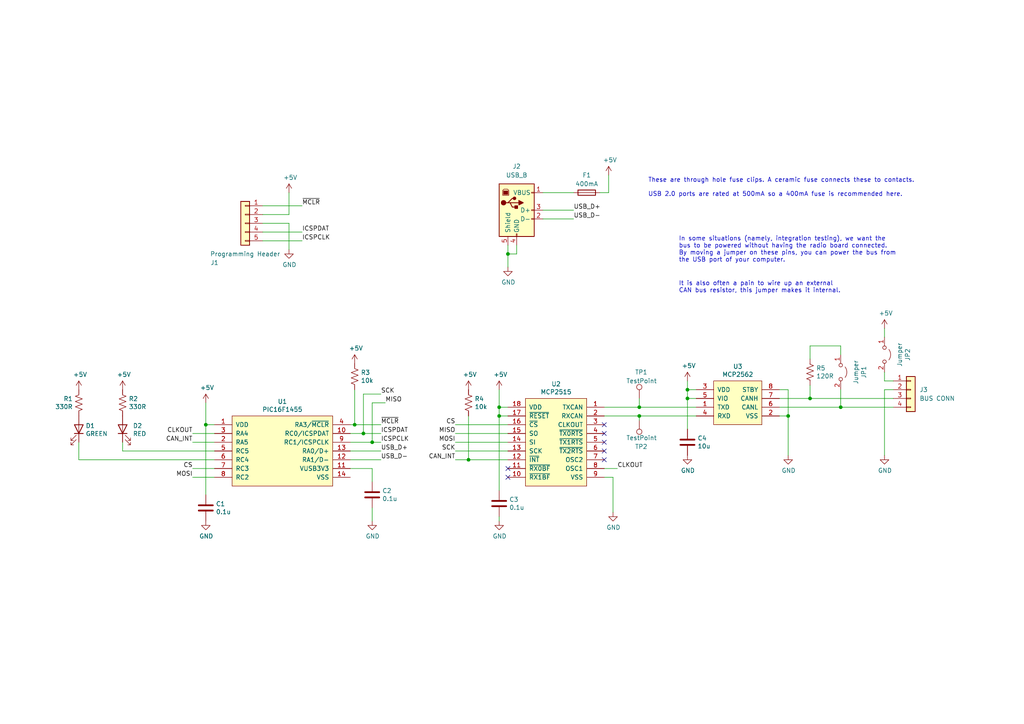
<source format=kicad_sch>
(kicad_sch (version 20230121) (generator eeschema)
  (paper "A4")
  (title_block (title "USB debug respin") (date "2023-11-25"))
  (lib_symbols
    (symbol "Connector:TestPoint" (pin_numbers hide) (pin_names (offset 0.762) hide)
      (property "Reference" "TP" (at 0 6.858 0))
      (property "Value" "TestPoint" (at 0 5.08 0))
      (symbol "TestPoint_0_1"
        (circle (center 0 3.302) (radius 0.762))
      )
      (symbol "TestPoint_1_1"
        (pin passive line (at 0 0 90) (length 2.54) (name "1") (number "1"))
      )
    )
    (symbol "Connector:USB_B" (pin_names (offset 1.016))
      (property "Reference" "J" (at -5.08 11.43 0))
      (property "Value" "USB_B" (at -5.08 8.89 0))
      (symbol "USB_B_0_1"
        (rectangle (start -5.08 -7.62) (end 5.08 7.62) (stroke (width 0.254)) (fill (type background)))
        (circle (center -3.81 2.159) (radius 0.635) (stroke (width 0.254)) (fill (type outline)))
        (rectangle (start -3.81 5.588) (end -2.54 4.572) (fill (type outline)))
        (circle (center -0.635 3.429) (radius 0.381) (stroke (width 0.254)) (fill (type outline)))
        (rectangle (start -0.127 -7.62) (end 0.127 -6.858))
        (polyline (pts (xy -1.905 2.159) (xy 0.635 2.159)) (stroke (width 0.254)))
        (polyline (pts (xy -3.175 2.159) (xy -2.54 2.159) (xy -1.27 3.429) (xy -0.635 3.429)) (stroke (width 0.254)))
        (polyline (pts (xy -2.54 2.159) (xy -1.905 2.159) (xy -1.27 0.889) (xy 0 0.889)) (stroke (width 0.254)))
        (polyline (pts (xy 0.635 2.794) (xy 0.635 1.524) (xy 1.905 2.159) (xy 0.635 2.794)) (stroke (width 0.254)) (fill (type outline)))
        (polyline (pts (xy -4.064 4.318) (xy -2.286 4.318) (xy -2.286 5.715) (xy -2.667 6.096) (xy -3.683 6.096) (xy -4.064 5.715) (xy -4.064 4.318)))
        (rectangle (start 0.254 1.27) (end -0.508 0.508) (stroke (width 0.254)) (fill (type outline)))
        (rectangle (start 5.08 -2.667) (end 4.318 -2.413))
        (rectangle (start 5.08 -0.127) (end 4.318 0.127))
        (rectangle (start 5.08 4.953) (end 4.318 5.207))
      )
      (symbol "USB_B_1_1"
        (pin power_out line (at 7.62 5.08 180) (length 2.54) (name "VBUS") (number "1"))
        (pin bidirectional line (at 7.62 -2.54 180) (length 2.54) (name "D-") (number "2"))
        (pin bidirectional line (at 7.62 0 180) (length 2.54) (name "D+") (number "3"))
        (pin power_out line (at 0 -10.16 90) (length 2.54) (name "GND") (number "4"))
        (pin passive line (at -2.54 -10.16 90) (length 2.54) (name "Shield") (number "5"))
      )
    )
    (symbol "Connector_Generic:Conn_01x04" (pin_names (offset 1.016) hide)
      (property "Reference" "J" (at 0 5.08 0))
      (property "Value" "Conn_01x04" (at 0 -7.62 0))
      (symbol "Conn_01x04_1_1"
        (rectangle (start -1.27 -4.953) (end 0 -5.207) (stroke (width 0.1524)))
        (rectangle (start -1.27 -2.413) (end 0 -2.667) (stroke (width 0.1524)))
        (rectangle (start -1.27 0.127) (end 0 -0.127) (stroke (width 0.1524)))
        (rectangle (start -1.27 2.667) (end 0 2.413) (stroke (width 0.1524)))
        (rectangle (start -1.27 3.81) (end 1.27 -6.35) (stroke (width 0.254)) (fill (type background)))
        (pin passive line (at -5.08 2.54 0) (length 3.81) (name "Pin_1") (number "1"))
        (pin passive line (at -5.08 0 0) (length 3.81) (name "Pin_2") (number "2"))
        (pin passive line (at -5.08 -2.54 0) (length 3.81) (name "Pin_3") (number "3"))
        (pin passive line (at -5.08 -5.08 0) (length 3.81) (name "Pin_4") (number "4"))
      )
    )
    (symbol "Connector_Generic:Conn_01x05" (pin_names (offset 1.016) hide)
      (property "Reference" "J" (at 0 7.62 0))
      (property "Value" "Conn_01x05" (at 0 -7.62 0))
      (symbol "Conn_01x05_1_1"
        (rectangle (start -1.27 -4.953) (end 0 -5.207) (stroke (width 0.1524)))
        (rectangle (start -1.27 -2.413) (end 0 -2.667) (stroke (width 0.1524)))
        (rectangle (start -1.27 0.127) (end 0 -0.127) (stroke (width 0.1524)))
        (rectangle (start -1.27 2.667) (end 0 2.413) (stroke (width 0.1524)))
        (rectangle (start -1.27 5.207) (end 0 4.953) (stroke (width 0.1524)))
        (rectangle (start -1.27 6.35) (end 1.27 -6.35) (stroke (width 0.254)) (fill (type background)))
        (pin passive line (at -5.08 5.08 0) (length 3.81) (name "Pin_1") (number "1"))
        (pin passive line (at -5.08 2.54 0) (length 3.81) (name "Pin_2") (number "2"))
        (pin passive line (at -5.08 0 0) (length 3.81) (name "Pin_3") (number "3"))
        (pin passive line (at -5.08 -2.54 0) (length 3.81) (name "Pin_4") (number "4"))
        (pin passive line (at -5.08 -5.08 0) (length 3.81) (name "Pin_5") (number "5"))
      )
    )
    (symbol "Device:C" (pin_numbers hide) (pin_names (offset 0.254))
      (property "Reference" "C" (at 0.635 2.54 0))
      (property "Value" "C" (at 0.635 -2.54 0))
      (symbol "C_0_1"
        (polyline (pts (xy -2.032 -0.762) (xy 2.032 -0.762)) (stroke (width 0.508)))
        (polyline (pts (xy -2.032 0.762) (xy 2.032 0.762)) (stroke (width 0.508)))
      )
      (symbol "C_1_1"
        (pin passive line (at 0 3.81 270) (length 2.794) (name "~") (number "1"))
        (pin passive line (at 0 -3.81 90) (length 2.794) (name "~") (number "2"))
      )
    )
    (symbol "Device:Fuse" (pin_numbers hide) (pin_names (offset 0))
      (property "Reference" "F" (at 2.032 0 90))
      (property "Value" "Fuse" (at -1.905 0 90))
      (symbol "Fuse_0_1"
        (rectangle (start -0.762 -2.54) (end 0.762 2.54) (stroke (width 0.254)))
        (polyline (pts (xy 0 2.54) (xy 0 -2.54)))
      )
      (symbol "Fuse_1_1"
        (pin passive line (at 0 3.81 270) (length 1.27) (name "~") (number "1"))
        (pin passive line (at 0 -3.81 90) (length 1.27) (name "~") (number "2"))
      )
    )
    (symbol "Device:LED" (pin_numbers hide) (pin_names (offset 1.016) hide)
      (property "Reference" "D" (at 0 2.54 0))
      (property "Value" "LED" (at 0 -2.54 0))
      (symbol "LED_0_1"
        (polyline (pts (xy -1.27 -1.27) (xy -1.27 1.27)) (stroke (width 0.254)))
        (polyline (pts (xy -1.27 0) (xy 1.27 0)))
        (polyline (pts (xy 1.27 -1.27) (xy 1.27 1.27) (xy -1.27 0) (xy 1.27 -1.27)) (stroke (width 0.254)))
        (polyline (pts (xy -3.048 -0.762) (xy -4.572 -2.286) (xy -3.81 -2.286) (xy -4.572 -2.286) (xy -4.572 -1.524)))
        (polyline (pts (xy -1.778 -0.762) (xy -3.302 -2.286) (xy -2.54 -2.286) (xy -3.302 -2.286) (xy -3.302 -1.524)))
      )
      (symbol "LED_1_1"
        (pin passive line (at -3.81 0 0) (length 2.54) (name "K") (number "1"))
        (pin passive line (at 3.81 0 180) (length 2.54) (name "A") (number "2"))
      )
    )
    (symbol "Device:R_US" (pin_numbers hide) (pin_names (offset 0))
      (property "Reference" "R" (at 2.54 0 90))
      (property "Value" "R_US" (at -2.54 0 90))
      (symbol "R_US_0_1"
        (polyline (pts (xy 0 -2.286) (xy 0 -2.54)))
        (polyline (pts (xy 0 2.286) (xy 0 2.54)))
        (polyline (pts (xy 0 -0.762) (xy 1.016 -1.143) (xy 0 -1.524) (xy -1.016 -1.905) (xy 0 -2.286)))
        (polyline (pts (xy 0 0.762) (xy 1.016 0.381) (xy 0 0) (xy -1.016 -0.381) (xy 0 -0.762)))
        (polyline (pts (xy 0 2.286) (xy 1.016 1.905) (xy 0 1.524) (xy -1.016 1.143) (xy 0 0.762)))
      )
      (symbol "R_US_1_1"
        (pin passive line (at 0 3.81 270) (length 1.27) (name "~") (number "1"))
        (pin passive line (at 0 -3.81 90) (length 1.27) (name "~") (number "2"))
      )
    )
    (symbol "Jumper:Jumper_2_Open" (pin_names (offset 0) hide)
      (property "Reference" "JP" (at 0 2.794 0))
      (property "Value" "Jumper_2_Open" (at 0 -2.286 0))
      (symbol "Jumper_2_Open_0_0"
        (circle (center -2.032 0) (radius 0.508))
        (circle (center 2.032 0) (radius 0.508))
      )
      (symbol "Jumper_2_Open_0_1"
        (arc (start 1.524 1.27) (mid 0 1.778) (end -1.524 1.27))
      )
      (symbol "Jumper_2_Open_1_1"
        (pin passive line (at -5.08 0 0) (length 2.54) (name "A") (number "1"))
        (pin passive line (at 5.08 0 180) (length 2.54) (name "B") (number "2"))
      )
    )
    (symbol "power:+5V" (power) (pin_names (offset 0))
      (property "Value" "+5V" (at 0 3.556 0))
      (symbol "+5V_0_1"
        (polyline (pts (xy -0.762 1.27) (xy 0 2.54)))
        (polyline (pts (xy 0 0) (xy 0 2.54)))
        (polyline (pts (xy 0 2.54) (xy 0.762 1.27)))
      )
      (symbol "+5V_1_1"
        (pin power_in line (at 0 0 90) (length 0) hide (name "+5V") (number "1"))
      )
    )
    (symbol "power:GND" (power) (pin_names (offset 0))
      (property "Value" "GND" (at 0 -3.81 0))
      (symbol "GND_0_1"
        (polyline (pts (xy 0 0) (xy 0 -1.27) (xy 1.27 -1.27) (xy 0 -2.54) (xy -1.27 -1.27) (xy 0 -1.27)))
      )
      (symbol "GND_1_1"
        (pin power_in line (at 0 0 270) (length 0) hide (name "GND") (number "1"))
      )
    )
    (symbol "usbdbg-rescue:MCP2515-canhw" (pin_names (offset 1.016))
      (property "Reference" "U" (at 7.62 8.89 0))
      (property "Value" "canhw_MCP2515" (at -5.08 8.89 0))
      (symbol "MCP2515-canhw_0_1"
        (rectangle (start -8.89 7.62) (end 8.89 -17.78) (fill (type background)))
      )
      (symbol "MCP2515-canhw_1_1"
        (pin bidirectional line (at -13.97 5.08 0) (length 5.08) (name "TXCAN") (number "1"))
        (pin bidirectional line (at 13.97 -15.24 180) (length 5.08) (name "~{RX1BF}") (number "10"))
        (pin bidirectional line (at 13.97 -12.7 180) (length 5.08) (name "~{RX0BF}") (number "11"))
        (pin bidirectional line (at 13.97 -10.16 180) (length 5.08) (name "~{INT}") (number "12"))
        (pin bidirectional line (at 13.97 -7.62 180) (length 5.08) (name "SCK") (number "13"))
        (pin bidirectional line (at 13.97 -5.08 180) (length 5.08) (name "SI") (number "14"))
        (pin bidirectional line (at 13.97 -2.54 180) (length 5.08) (name "SO") (number "15"))
        (pin bidirectional line (at 13.97 0 180) (length 5.08) (name "~{CS}") (number "16"))
        (pin bidirectional line (at 13.97 2.54 180) (length 5.08) (name "~{RESET}") (number "17"))
        (pin power_in line (at 13.97 5.08 180) (length 5.08) (name "VDD") (number "18"))
        (pin bidirectional line (at -13.97 2.54 0) (length 5.08) (name "RXCAN") (number "2"))
        (pin bidirectional line (at -13.97 0 0) (length 5.08) (name "CLKOUT") (number "3"))
        (pin bidirectional line (at -13.97 -2.54 0) (length 5.08) (name "~{TX0RTS}") (number "4"))
        (pin bidirectional line (at -13.97 -5.08 0) (length 5.08) (name "~{TX1RTS}") (number "5"))
        (pin bidirectional line (at -13.97 -7.62 0) (length 5.08) (name "~{TX2RTS}") (number "6"))
        (pin bidirectional line (at -13.97 -10.16 0) (length 5.08) (name "OSC2") (number "7"))
        (pin bidirectional line (at -13.97 -12.7 0) (length 5.08) (name "OSC1") (number "8"))
        (pin power_in line (at -13.97 -15.24 0) (length 5.08) (name "VSS") (number "9"))
      )
    )
    (symbol "usbdbg-rescue:MCP2562-canhw" (pin_names (offset 1.016))
      (property "Reference" "U" (at 5.08 3.81 0))
      (property "Value" "canhw_MCP2562" (at -3.81 3.81 0))
      (symbol "MCP2562-canhw_0_1"
        (rectangle (start -7.62 2.54) (end 6.35 -10.16) (fill (type background)))
      )
      (symbol "MCP2562-canhw_1_1"
        (pin bidirectional line (at -12.7 -5.08 0) (length 5.08) (name "TXD") (number "1"))
        (pin power_in line (at 11.43 -7.62 180) (length 5.08) (name "VSS") (number "2"))
        (pin power_in line (at -12.7 0 0) (length 5.08) (name "VDD") (number "3"))
        (pin bidirectional line (at -12.7 -7.62 0) (length 5.08) (name "RXD") (number "4"))
        (pin bidirectional line (at -12.7 -2.54 0) (length 5.08) (name "VIO") (number "5"))
        (pin bidirectional line (at 11.43 -5.08 180) (length 5.08) (name "CANL") (number "6"))
        (pin bidirectional line (at 11.43 -2.54 180) (length 5.08) (name "CANH") (number "7"))
        (pin bidirectional line (at 11.43 0 180) (length 5.08) (name "STBY") (number "8"))
      )
    )
    (symbol "usbdbg-rescue:PIC16F1455-canhw" (pin_names (offset 1.016))
      (property "Reference" "U" (at 19.05 5.08 0))
      (property "Value" "canhw_PIC16F1455" (at -3.81 5.08 0))
      (symbol "PIC16F1455-canhw_0_1"
        (rectangle (start -8.89 3.81) (end 20.32 -16.51) (fill (type background)))
      )
      (symbol "PIC16F1455-canhw_1_1"
        (pin power_in line (at -13.97 1.27 0) (length 5.08) (name "VDD") (number "1"))
        (pin bidirectional line (at 25.4 -1.27 180) (length 5.08) (name "RC0/ICSPDAT") (number "10"))
        (pin bidirectional line (at 25.4 -11.43 180) (length 5.08) (name "VUSB3V3") (number "11"))
        (pin bidirectional line (at 25.4 -8.89 180) (length 5.08) (name "RA1/D-") (number "12"))
        (pin bidirectional line (at 25.4 -6.35 180) (length 5.08) (name "RA0/D+") (number "13"))
        (pin bidirectional line (at 25.4 -13.97 180) (length 5.08) (name "VSS") (number "14"))
        (pin bidirectional line (at -13.97 -3.81 0) (length 5.08) (name "RA5") (number "2"))
        (pin bidirectional line (at -13.97 -1.27 0) (length 5.08) (name "RA4") (number "3"))
        (pin bidirectional line (at 25.4 1.27 180) (length 5.08) (name "RA3/~{MCLR}") (number "4"))
        (pin bidirectional line (at -13.97 -6.35 0) (length 5.08) (name "RC5") (number "5"))
        (pin bidirectional line (at -13.97 -8.89 0) (length 5.08) (name "RC4") (number "6"))
        (pin bidirectional line (at -13.97 -11.43 0) (length 5.08) (name "RC3") (number "7"))
        (pin bidirectional line (at -13.97 -13.97 0) (length 5.08) (name "RC2") (number "8"))
        (pin bidirectional line (at 25.4 -3.81 180) (length 5.08) (name "RC1/ICSPCLK") (number "9"))
      )
    )
  )
  (junction (at 102.87 123.19))
  (junction (at 185.42 118.11))
  (junction (at 199.39 115.57))
  (junction (at 243.84 118.11))
  (junction (at 144.78 120.65))
  (junction (at 144.78 118.11))
  (junction (at 107.95 128.27))
  (junction (at 105.41 125.73))
  (junction (at 147.32 73.66))
  (junction (at 185.42 120.65))
  (junction (at 199.39 113.03))
  (junction (at 135.89 133.35))
  (junction (at 59.69 123.19))
  (junction (at 228.6 120.65))
  (junction (at 234.95 115.57))
  (no_connect (at 175.26 128.27))
  (no_connect (at 175.26 130.81))
  (no_connect (at 147.32 135.89))
  (no_connect (at 175.26 133.35))
  (no_connect (at 175.26 125.73))
  (no_connect (at 175.26 123.19))
  (no_connect (at 147.32 138.43))
  (wire (pts (xy 101.6 128.27) (xy 107.95 128.27)))
  (wire (pts (xy 243.84 113.03) (xy 243.84 118.11)))
  (wire (pts (xy 22.86 128.27) (xy 22.86 133.35)))
  (wire (pts (xy 22.86 133.35) (xy 62.23 133.35)))
  (wire (pts (xy 107.95 147.32) (xy 107.95 151.13)))
  (wire (pts (xy 243.84 100.33) (xy 243.84 102.87)))
  (wire (pts (xy 234.95 100.33) (xy 243.84 100.33)))
  (wire (pts (xy 105.41 125.73) (xy 110.49 125.73)))
  (wire (pts (xy 132.08 130.81) (xy 147.32 130.81)))
  (wire (pts (xy 107.95 139.7) (xy 107.95 135.89)))
  (wire (pts (xy 199.39 113.03) (xy 201.93 113.03)))
  (wire (pts (xy 132.08 128.27) (xy 147.32 128.27)))
  (wire (pts (xy 149.86 73.66) (xy 147.32 73.66)))
  (wire (pts (xy 157.48 55.88) (xy 166.37 55.88)))
  (wire (pts (xy 83.82 62.23) (xy 76.2 62.23)))
  (wire (pts (xy 176.53 50.8) (xy 176.53 55.88)))
  (wire (pts (xy 144.78 118.11) (xy 147.32 118.11)))
  (wire (pts (xy 59.69 143.51) (xy 59.69 123.19)))
  (wire (pts (xy 135.89 133.35) (xy 147.32 133.35)))
  (wire (pts (xy 228.6 132.08) (xy 228.6 120.65)))
  (wire (pts (xy 101.6 123.19) (xy 102.87 123.19)))
  (wire (pts (xy 199.39 115.57) (xy 201.93 115.57)))
  (wire (pts (xy 259.08 110.49) (xy 256.54 110.49)))
  (wire (pts (xy 157.48 60.96) (xy 166.37 60.96)))
  (wire (pts (xy 228.6 113.03) (xy 228.6 120.65)))
  (wire (pts (xy 157.48 63.5) (xy 166.37 63.5)))
  (wire (pts (xy 199.39 124.46) (xy 199.39 115.57)))
  (wire (pts (xy 59.69 116.84) (xy 59.69 123.19)))
  (wire (pts (xy 199.39 110.49) (xy 199.39 113.03)))
  (wire (pts (xy 228.6 120.65) (xy 226.06 120.65)))
  (wire (pts (xy 55.88 125.73) (xy 62.23 125.73)))
  (wire (pts (xy 243.84 118.11) (xy 259.08 118.11)))
  (wire (pts (xy 101.6 130.81) (xy 110.49 130.81)))
  (wire (pts (xy 101.6 133.35) (xy 110.49 133.35)))
  (wire (pts (xy 185.42 115.57) (xy 185.42 118.11)))
  (wire (pts (xy 83.82 64.77) (xy 76.2 64.77)))
  (wire (pts (xy 132.08 123.19) (xy 147.32 123.19)))
  (wire (pts (xy 102.87 123.19) (xy 110.49 123.19)))
  (wire (pts (xy 55.88 135.89) (xy 62.23 135.89)))
  (wire (pts (xy 107.95 135.89) (xy 101.6 135.89)))
  (wire (pts (xy 226.06 115.57) (xy 234.95 115.57)))
  (wire (pts (xy 226.06 118.11) (xy 243.84 118.11)))
  (wire (pts (xy 144.78 142.24) (xy 144.78 120.65)))
  (wire (pts (xy 256.54 113.03) (xy 256.54 132.08)))
  (wire (pts (xy 185.42 120.65) (xy 201.93 120.65)))
  (wire (pts (xy 144.78 151.13) (xy 144.78 149.86)))
  (wire (pts (xy 234.95 104.14) (xy 234.95 100.33)))
  (wire (pts (xy 107.95 116.84) (xy 107.95 128.27)))
  (wire (pts (xy 177.8 148.59) (xy 177.8 138.43)))
  (wire (pts (xy 144.78 120.65) (xy 144.78 118.11)))
  (wire (pts (xy 110.49 114.3) (xy 105.41 114.3)))
  (wire (pts (xy 177.8 138.43) (xy 175.26 138.43)))
  (wire (pts (xy 76.2 69.85) (xy 87.63 69.85)))
  (wire (pts (xy 256.54 95.25) (xy 256.54 97.79)))
  (wire (pts (xy 179.07 135.89) (xy 175.26 135.89)))
  (wire (pts (xy 226.06 113.03) (xy 228.6 113.03)))
  (wire (pts (xy 173.99 55.88) (xy 176.53 55.88)))
  (wire (pts (xy 199.39 113.03) (xy 199.39 115.57)))
  (wire (pts (xy 185.42 118.11) (xy 201.93 118.11)))
  (wire (pts (xy 102.87 113.03) (xy 102.87 123.19)))
  (wire (pts (xy 107.95 128.27) (xy 110.49 128.27)))
  (wire (pts (xy 105.41 114.3) (xy 105.41 125.73)))
  (wire (pts (xy 256.54 113.03) (xy 259.08 113.03)))
  (wire (pts (xy 175.26 120.65) (xy 185.42 120.65)))
  (wire (pts (xy 147.32 73.66) (xy 147.32 77.47)))
  (wire (pts (xy 76.2 67.31) (xy 87.63 67.31)))
  (wire (pts (xy 59.69 123.19) (xy 62.23 123.19)))
  (wire (pts (xy 175.26 118.11) (xy 185.42 118.11)))
  (wire (pts (xy 132.08 133.35) (xy 135.89 133.35)))
  (wire (pts (xy 147.32 120.65) (xy 144.78 120.65)))
  (wire (pts (xy 256.54 110.49) (xy 256.54 107.95)))
  (wire (pts (xy 111.76 116.84) (xy 107.95 116.84)))
  (wire (pts (xy 35.56 128.27) (xy 35.56 130.81)))
  (wire (pts (xy 234.95 111.76) (xy 234.95 115.57)))
  (wire (pts (xy 144.78 113.03) (xy 144.78 118.11)))
  (wire (pts (xy 101.6 125.73) (xy 105.41 125.73)))
  (wire (pts (xy 135.89 120.65) (xy 135.89 133.35)))
  (wire (pts (xy 234.95 115.57) (xy 259.08 115.57)))
  (wire (pts (xy 147.32 71.12) (xy 147.32 73.66)))
  (wire (pts (xy 83.82 72.39) (xy 83.82 64.77)))
  (wire (pts (xy 83.82 55.88) (xy 83.82 62.23)))
  (wire (pts (xy 185.42 121.92) (xy 185.42 120.65)))
  (wire (pts (xy 132.08 125.73) (xy 147.32 125.73)))
  (wire (pts (xy 55.88 128.27) (xy 62.23 128.27)))
  (wire (pts (xy 76.2 59.69) (xy 87.63 59.69)))
  (wire (pts (xy 149.86 71.12) (xy 149.86 73.66)))
  (wire (pts (xy 55.88 138.43) (xy 62.23 138.43)))
  (wire (pts (xy 35.56 130.81) (xy 62.23 130.81)))
  (text "These are through hole fuse clips. A ceramic fuse connects these to contacts.\n\nUSB 2.0 ports are rated at 500mA so a 400mA fuse is recommended here." (at 187.96 57.15 0) (effects (font (size 1.27 1.27)) (justify left bottom)))
  (text "It is also often a pain to wire up an external\nCAN bus resistor, this jumper makes it internal." (at 196.85 85.09 0) (effects (font (size 1.27 1.27)) (justify left bottom)))
  (text "In some situations (namely, integration testing), we want the\nbus to be powered without having the radio board connected.\nBy moving a jumper on these pins, you can power the bus from\nthe USB port of your computer." (at 196.85 76.2 0) (effects (font (size 1.27 1.27)) (justify left bottom)))
  (label "CS" (at 132.08 123.19 180))
  (label "~{MCLR}" (at 110.49 123.19 0))
  (label "USB_D+" (at 110.49 130.81 0))
  (label "CLKOUT" (at 55.88 125.73 180))
  (label "CS" (at 55.88 135.89 180))
  (label "~{MCLR}" (at 87.63 59.69 0))
  (label "ICSPCLK" (at 110.49 128.27 0))
  (label "CAN_INT" (at 55.88 128.27 180))
  (label "MISO" (at 111.76 116.84 0))
  (label "SCK" (at 132.08 130.81 180))
  (label "USB_D-" (at 110.49 133.35 0))
  (label "ICSPCLK" (at 87.63 69.85 0))
  (label "ICSPDAT" (at 110.49 125.73 0))
  (label "MOSI" (at 55.88 138.43 180))
  (label "MISO" (at 132.08 125.73 180))
  (label "MOSI" (at 132.08 128.27 180))
  (label "USB_D+" (at 166.37 60.96 0))
  (label "ICSPDAT" (at 87.63 67.31 0))
  (label "CLKOUT" (at 179.07 135.89 0))
  (label "SCK" (at 110.49 114.3 0))
  (label "CAN_INT" (at 132.08 133.35 180))
  (label "USB_D-" (at 166.37 63.5 0))
  (symbol (lib_id "Connector_Generic:Conn_01x05") (at 71.12 64.77 0) (mirror y) (unit 1)
    (property "Reference" "J1" (at 62.23 76.2 0))
    (property "Value" "Programming Header" (at 71.12 73.66 0))
    (property "Footprint" "canhw_footprints:PinSocket_5x2.54_SMD_90deg_952-3198-1-ND" (effects hide))
  )
  (symbol (lib_id "power:+5V") (at 83.82 55.88 0) (unit 1)
    (property "Reference" "#PWR05" (effects hide))
    (property "Value" "+5V" (at 84.201 51.4858 0))
  )
  (symbol (lib_id "power:+5V") (at 59.69 116.84 0) (unit 1)
    (property "Reference" "#PWR03" (effects hide))
    (property "Value" "+5V" (at 60.071 112.4458 0))
  )
  (symbol (lib_id "power:GND") (at 107.95 151.13 0) (unit 1)
    (property "Reference" "#PWR08" (effects hide))
    (property "Value" "GND" (at 108.077 155.5242 0))
  )
  (symbol (lib_id "power:GND") (at 177.8 148.59 0) (unit 1)
    (property "Reference" "#PWR014" (effects hide))
    (property "Value" "GND" (at 177.927 152.9842 0))
  )
  (symbol (lib_id "power:+5V") (at 199.39 110.49 0) (unit 1)
    (property "Reference" "#PWR015" (effects hide))
    (property "Value" "+5V" (at 199.771 106.0958 0))
  )
  (symbol (lib_id "power:GND") (at 228.6 132.08 0) (unit 1)
    (property "Reference" "#PWR017" (effects hide))
    (property "Value" "GND" (at 228.727 136.4742 0))
  )
  (symbol (lib_id "power:+5V") (at 22.86 113.03 0) (unit 1)
    (property "Reference" "#PWR01" (effects hide))
    (property "Value" "+5V" (at 23.241 108.6358 0))
  )
  (symbol (lib_id "power:+5V") (at 102.87 105.41 0) (unit 1)
    (property "Reference" "#PWR07" (effects hide))
    (property "Value" "+5V" (at 103.251 101.0158 0))
  )
  (symbol (lib_id "Connector:TestPoint") (at 185.42 121.92 180) (unit 1)
    (property "Reference" "TP2" (at 184.15 129.54 0) (effects (justify right)))
    (property "Value" "TestPoint" (at 181.61 127 0) (effects (justify right)))
    (property "Footprint" "TestPoint:TestPoint_THTPad_D2.0mm_Drill1.0mm" (effects hide))
  )
  (symbol (lib_id "power:GND") (at 59.69 151.13 0) (unit 1)
    (property "Reference" "#PWR04" (effects hide))
    (property "Value" "GND" (at 59.817 155.5242 0))
  )
  (symbol (lib_id "power:GND") (at 144.78 151.13 0) (unit 1)
    (property "Reference" "#PWR011" (effects hide))
    (property "Value" "GND" (at 144.907 155.5242 0))
  )
  (symbol (lib_id "Device:R_US") (at 35.56 116.84 0) (unit 1)
    (property "Reference" "R2" (at 37.338 115.6716 0) (effects (justify left)))
    (property "Value" "330R" (at 37.338 117.983 0) (effects (justify left)))
    (property "Footprint" "Resistor_SMD:R_0805_2012Metric_Pad1.20x1.40mm_HandSolder" (effects hide))
  )
  (symbol (lib_id "Device:LED") (at 22.86 124.46 270) (mirror x) (unit 1)
    (property "Reference" "D1" (at 24.8412 123.4948 90) (effects (justify left)))
    (property "Value" "GREEN" (at 24.8412 125.8062 90) (effects (justify left)))
    (property "Footprint" "LED_SMD:LED_1206_3216Metric_Pad1.42x1.75mm_HandSolder" (effects hide))
  )
  (symbol (lib_id "Device:LED") (at 35.56 124.46 90) (unit 1)
    (property "Reference" "D2" (at 38.5318 123.4948 90) (effects (justify right)))
    (property "Value" "RED" (at 38.5318 125.8062 90) (effects (justify right)))
    (property "Footprint" "LED_SMD:LED_1206_3216Metric_Pad1.42x1.75mm_HandSolder" (effects hide))
  )
  (symbol (lib_id "power:GND") (at 256.54 132.08 0) (unit 1)
    (property "Reference" "#PWR019" (effects hide))
    (property "Value" "GND" (at 256.667 136.4742 0))
  )
  (symbol (lib_id "Device:R_US") (at 234.95 107.95 0) (unit 1)
    (property "Reference" "R5" (at 236.728 106.7816 0) (effects (justify left)))
    (property "Value" "120R" (at 236.728 109.093 0) (effects (justify left)))
    (property "Footprint" "Resistor_SMD:R_0805_2012Metric_Pad1.20x1.40mm_HandSolder" (effects hide))
  )
  (symbol (lib_id "Jumper:Jumper_2_Open") (at 243.84 107.95 270) (unit 1)
    (property "Reference" "JP1" (at 250.5456 107.95 0))
    (property "Value" "Jumper" (at 248.2342 107.95 0))
    (property "Footprint" "Connector_PinHeader_2.54mm:PinHeader_1x02_P2.54mm_Vertical" (effects hide))
  )
  (symbol (lib_id "power:+5V") (at 256.54 95.25 0) (unit 1)
    (property "Reference" "#PWR018" (effects hide))
    (property "Value" "+5V" (at 256.921 90.8558 0))
  )
  (symbol (lib_id "usbdbg-rescue:MCP2562-canhw") (at 214.63 113.03 0) (unit 1)
    (property "Reference" "U3" (at 213.995 106.299 0))
    (property "Value" "MCP2562" (at 213.995 108.6104 0))
    (property "Footprint" "Package_SO:SOIC-8_3.9x4.9mm_P1.27mm" (effects hide))
    (property "Datasheet" "ww1.microchip.com/downloads/en/devicedoc/20005167c.pdf" (effects hide))
  )
  (symbol (lib_id "Device:C") (at 144.78 146.05 0) (unit 1)
    (property "Reference" "C3" (at 147.701 144.8816 0) (effects (justify left)))
    (property "Value" "0.1u" (at 147.701 147.193 0) (effects (justify left)))
    (property "Footprint" "Capacitor_SMD:C_0805_2012Metric_Pad1.18x1.45mm_HandSolder" (effects hide))
  )
  (symbol (lib_id "power:+5V") (at 35.56 113.03 0) (unit 1)
    (property "Reference" "#PWR02" (effects hide))
    (property "Value" "+5V" (at 35.941 108.6358 0))
  )
  (symbol (lib_id "Device:R_US") (at 22.86 116.84 0) (mirror x) (unit 1)
    (property "Reference" "R1" (at 21.1074 115.6716 0) (effects (justify right)))
    (property "Value" "330R" (at 21.1074 117.983 0) (effects (justify right)))
    (property "Footprint" "Resistor_SMD:R_0805_2012Metric_Pad1.20x1.40mm_HandSolder" (effects hide))
  )
  (symbol (lib_id "Jumper:Jumper_2_Open") (at 256.54 102.87 270) (unit 1)
    (property "Reference" "JP2" (at 263.2456 102.87 0))
    (property "Value" "Jumper" (at 260.9342 102.87 0))
    (property "Footprint" "Connector_PinHeader_2.54mm:PinHeader_1x02_P2.54mm_Vertical" (effects hide))
  )
  (symbol (lib_id "Device:R_US") (at 102.87 109.22 0) (unit 1)
    (property "Reference" "R3" (at 104.648 108.0516 0) (effects (justify left)))
    (property "Value" "10k" (at 104.648 110.363 0) (effects (justify left)))
    (property "Footprint" "Resistor_SMD:R_0805_2012Metric_Pad1.20x1.40mm_HandSolder" (effects hide))
  )
  (symbol (lib_id "Connector_Generic:Conn_01x04") (at 264.16 113.03 0) (unit 1)
    (property "Reference" "J3" (at 266.7 113.03 0) (effects (justify left)))
    (property "Value" "BUS CONN" (at 266.7 115.57 0) (effects (justify left)))
    (property "Footprint" "canhw_footprints:PinSocket_4x2.54_SMD_90deg_952-3198-1-ND" (effects hide))
    (property "Datasheet" "https://www.te.com/usa-en/product-147721-3.datasheet.pdf" (effects hide))
  )
  (symbol (lib_id "power:GND") (at 83.82 72.39 0) (unit 1)
    (property "Reference" "#PWR06" (effects hide))
    (property "Value" "GND" (at 83.947 76.7842 0))
  )
  (symbol (lib_id "Connector:USB_B") (at 149.86 60.96 0) (unit 1)
    (property "Reference" "J2" (at 149.86 48.26 0))
    (property "Value" "USB_B" (at 149.86 50.8 0))
    (property "Footprint" "canhw_footprints:CUI_UJ2-BH-1-TH" (effects hide))
    (property "Datasheet" "https://www.cuidevices.com/product/resource/uj2-bh-th.pdf" (effects hide))
  )
  (symbol (lib_id "Device:C") (at 107.95 143.51 0) (unit 1)
    (property "Reference" "C2" (at 110.871 142.3416 0) (effects (justify left)))
    (property "Value" "0.1u" (at 110.871 144.653 0) (effects (justify left)))
    (property "Footprint" "Capacitor_SMD:C_0805_2012Metric_Pad1.18x1.45mm_HandSolder" (effects hide))
  )
  (symbol (lib_id "usbdbg-rescue:MCP2515-canhw") (at 161.29 123.19 0) (mirror y) (unit 1)
    (property "Reference" "U2" (at 161.29 111.379 0))
    (property "Value" "MCP2515" (at 161.29 113.6904 0))
    (property "Footprint" "Package_SO:SOIC-18W_7.5x11.6mm_P1.27mm" (effects hide))
  )
  (symbol (lib_id "Device:C") (at 199.39 128.27 0) (unit 1)
    (property "Reference" "C4" (at 202.311 127.1016 0) (effects (justify left)))
    (property "Value" "10u" (at 202.311 129.413 0) (effects (justify left)))
    (property "Footprint" "Capacitor_SMD:C_0805_2012Metric_Pad1.18x1.45mm_HandSolder" (effects hide))
  )
  (symbol (lib_id "Device:C") (at 59.69 147.32 0) (unit 1)
    (property "Reference" "C1" (at 62.611 146.1516 0) (effects (justify left)))
    (property "Value" "0.1u" (at 62.611 148.463 0) (effects (justify left)))
    (property "Footprint" "Capacitor_SMD:C_0805_2012Metric_Pad1.18x1.45mm_HandSolder" (effects hide))
  )
  (symbol (lib_id "power:GND") (at 199.39 132.08 0) (unit 1)
    (property "Reference" "#PWR016" (effects hide))
    (property "Value" "GND" (at 199.517 136.4742 0))
  )
  (symbol (lib_id "power:+5V") (at 144.78 113.03 0) (unit 1)
    (property "Reference" "#PWR010" (effects hide))
    (property "Value" "+5V" (at 145.161 108.6358 0))
  )
  (symbol (lib_id "power:+5V") (at 135.89 113.03 0) (unit 1)
    (property "Reference" "#PWR09" (effects hide))
    (property "Value" "+5V" (at 136.271 108.6358 0))
  )
  (symbol (lib_id "power:+5V") (at 176.53 50.8 0) (unit 1)
    (property "Reference" "#PWR013" (effects hide))
    (property "Value" "+5V" (at 176.911 46.4058 0))
  )
  (symbol (lib_id "Connector:TestPoint") (at 185.42 115.57 0) (unit 1)
    (property "Reference" "TP1" (at 184.15 107.95 0) (effects (justify left)))
    (property "Value" "TestPoint" (at 181.61 110.49 0) (effects (justify left)))
    (property "Footprint" "TestPoint:TestPoint_THTPad_D2.0mm_Drill1.0mm" (effects hide))
  )
  (symbol (lib_id "Device:Fuse") (at 170.18 55.88 270) (unit 1)
    (property "Reference" "F1" (at 170.18 50.8 90))
    (property "Value" "400mA" (at 170.18 53.34 90))
    (property "Footprint" "Fuse:Fuseholder_Clip-5x20mm_Littelfuse_111_Inline_P20.00x5.00mm_D1.05mm_Horizontal" (effects hide))
    (property "Datasheet" "https://mm.digikey.com/Volume0/opasdata/d220001/medias/docus/2413/617Series_Fuse_DS_v1%200.pdf" (effects hide))
    (property "Datasheet (fuse holder)" "https://www.keyelco.com/userAssets/file/M65p46.pdf" (effects hide))
  )
  (symbol (lib_id "usbdbg-rescue:PIC16F1455-canhw") (at 76.2 124.46 0) (unit 1)
    (property "Reference" "U1" (at 81.915 116.459 0))
    (property "Value" "PIC16F1455" (at 81.915 118.7704 0))
    (property "Footprint" "Package_SO:SOIC-14_3.9x8.7mm_P1.27mm" (effects hide))
    (property "Datasheet" "https://ww1.microchip.com/downloads/aemDocuments/documents/OTH/ProductDocuments/DataSheets/PIC16LF1454-5-9-14-20-Pin-8-Bit-Flash-USB-Microcontroller-with-XLP-Technology-DS40001639C.pdf" (effects hide))
  )
  (symbol (lib_id "power:GND") (at 147.32 77.47 0) (unit 1)
    (property "Reference" "#PWR012" (effects hide))
    (property "Value" "GND" (at 147.447 81.8642 0))
  )
  (symbol (lib_id "Device:R_US") (at 135.89 116.84 0) (unit 1)
    (property "Reference" "R4" (at 137.668 115.6716 0) (effects (justify left)))
    (property "Value" "10k" (at 137.668 117.983 0) (effects (justify left)))
    (property "Footprint" "Resistor_SMD:R_0805_2012Metric_Pad1.20x1.40mm_HandSolder" (effects hide))
  )
)
</source>
